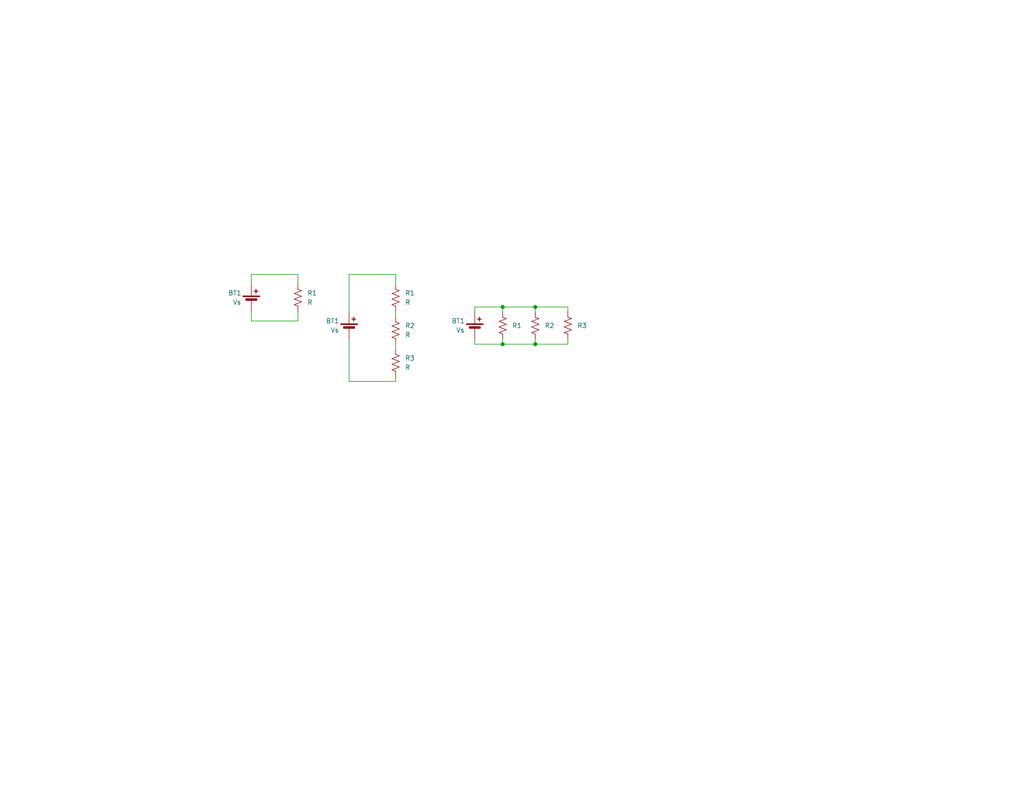
<source format=kicad_sch>
(kicad_sch (version 20230121) (generator eeschema)
  (paper "A")
  (title_block (title "Resistor Circuits"))
  (lib_symbols
    (symbol "Device:Battery_Cell" (pin_numbers hide) (pin_names (offset 0) hide)
      (property "Reference" "BT" (at 2.54 2.54 0))
      (property "Value" "Battery_Cell" (at 2.54 0 0))
      (symbol "Battery_Cell_0_1"
        (rectangle (start -2.286 1.778) (end 2.286 1.524) (fill (type outline)))
        (rectangle (start -1.524 1.016) (end 1.524 0.508) (fill (type outline)))
        (polyline (pts (xy 0 0.762) (xy 0 0)))
        (polyline (pts (xy 0 1.778) (xy 0 2.54)))
        (polyline (pts (xy 0.762 3.048) (xy 1.778 3.048)) (stroke (width 0.254)))
        (polyline (pts (xy 1.27 3.556) (xy 1.27 2.54)) (stroke (width 0.254)))
      )
      (symbol "Battery_Cell_1_1"
        (pin passive line (at 0 5.08 270) (length 2.54) (name "+") (number "1"))
        (pin passive line (at 0 -2.54 90) (length 2.54) (name "-") (number "2"))
      )
    )
    (symbol "Device:R_US" (pin_numbers hide) (pin_names (offset 0))
      (property "Reference" "R" (at 2.54 0 90))
      (property "Value" "R_US" (at -2.54 0 90))
      (symbol "R_US_0_1"
        (polyline (pts (xy 0 -2.286) (xy 0 -2.54)))
        (polyline (pts (xy 0 2.286) (xy 0 2.54)))
        (polyline (pts (xy 0 -0.762) (xy 1.016 -1.143) (xy 0 -1.524) (xy -1.016 -1.905) (xy 0 -2.286)))
        (polyline (pts (xy 0 0.762) (xy 1.016 0.381) (xy 0 0) (xy -1.016 -0.381) (xy 0 -0.762)))
        (polyline (pts (xy 0 2.286) (xy 1.016 1.905) (xy 0 1.524) (xy -1.016 1.143) (xy 0 0.762)))
      )
      (symbol "R_US_1_1"
        (pin passive line (at 0 3.81 270) (length 1.27) (name "~") (number "1"))
        (pin passive line (at 0 -3.81 90) (length 1.27) (name "~") (number "2"))
      )
    )
  )
  (junction (at 146.05 83.82))
  (junction (at 137.16 93.98))
  (junction (at 137.16 83.82))
  (junction (at 146.05 93.98))
  (wire (pts (xy 154.94 83.82) (xy 154.94 85.09)))
  (wire (pts (xy 107.95 104.14) (xy 107.95 102.87)))
  (wire (pts (xy 129.54 83.82) (xy 137.16 83.82)))
  (wire (pts (xy 154.94 92.71) (xy 154.94 93.98)))
  (wire (pts (xy 68.58 87.63) (xy 81.28 87.63)))
  (wire (pts (xy 81.28 87.63) (xy 81.28 85.09)))
  (wire (pts (xy 95.25 74.93) (xy 107.95 74.93)))
  (wire (pts (xy 129.54 93.98) (xy 129.54 92.71)))
  (wire (pts (xy 137.16 83.82) (xy 146.05 83.82)))
  (wire (pts (xy 107.95 74.93) (xy 107.95 77.47)))
  (wire (pts (xy 81.28 74.93) (xy 81.28 77.47)))
  (wire (pts (xy 137.16 92.71) (xy 137.16 93.98)))
  (wire (pts (xy 68.58 85.09) (xy 68.58 87.63)))
  (wire (pts (xy 129.54 85.09) (xy 129.54 83.82)))
  (wire (pts (xy 95.25 74.93) (xy 95.25 85.09)))
  (wire (pts (xy 146.05 93.98) (xy 137.16 93.98)))
  (wire (pts (xy 68.58 74.93) (xy 81.28 74.93)))
  (wire (pts (xy 154.94 93.98) (xy 146.05 93.98)))
  (wire (pts (xy 137.16 93.98) (xy 129.54 93.98)))
  (wire (pts (xy 95.25 104.14) (xy 107.95 104.14)))
  (wire (pts (xy 146.05 92.71) (xy 146.05 93.98)))
  (wire (pts (xy 107.95 93.98) (xy 107.95 95.25)))
  (wire (pts (xy 146.05 83.82) (xy 146.05 85.09)))
  (wire (pts (xy 68.58 74.93) (xy 68.58 77.47)))
  (wire (pts (xy 95.25 92.71) (xy 95.25 104.14)))
  (wire (pts (xy 107.95 85.09) (xy 107.95 86.36)))
  (wire (pts (xy 146.05 83.82) (xy 154.94 83.82)))
  (wire (pts (xy 137.16 83.82) (xy 137.16 85.09)))
  (symbol (lib_id "Device:R_US") (at 146.05 88.9 0) (unit 1)
    (property "Reference" "R2" (at 148.59 88.9 0) (effects (justify left)))
    (property "Value" "R" (effects hide))
  )
  (symbol (lib_id "Device:R_US") (at 154.94 88.9 0) (unit 1)
    (property "Reference" "R3" (at 157.48 88.9 0) (effects (justify left)))
    (property "Value" "R" (effects hide))
  )
  (symbol (lib_id "Device:R_US") (at 107.95 99.06 0) (unit 1)
    (property "Reference" "R3" (at 110.49 97.79 0) (effects (justify left)))
    (property "Value" "R" (at 110.49 100.33 0) (effects (justify left)))
  )
  (symbol (lib_id "Device:R_US") (at 107.95 81.28 0) (unit 1)
    (property "Reference" "R1" (at 110.49 80.01 0) (effects (justify left)))
    (property "Value" "R" (at 110.49 82.55 0) (effects (justify left)))
  )
  (symbol (lib_id "Device:Battery_Cell") (at 129.54 90.17 0) (unit 1)
    (property "Reference" "BT1" (at 123.19 87.63 0) (effects (justify left)))
    (property "Value" "Vs" (at 124.46 90.17 0) (effects (justify left)))
  )
  (symbol (lib_id "Device:R_US") (at 137.16 88.9 0) (unit 1)
    (property "Reference" "R1" (at 139.7 88.9 0) (effects (justify left)))
    (property "Value" "R" (effects hide))
  )
  (symbol (lib_id "Device:Battery_Cell") (at 95.25 90.17 0) (unit 1)
    (property "Reference" "BT1" (at 88.9 87.63 0) (effects (justify left)))
    (property "Value" "Vs" (at 90.17 90.17 0) (effects (justify left)))
  )
  (symbol (lib_id "Device:Battery_Cell") (at 68.58 82.55 0) (unit 1)
    (property "Reference" "BT1" (at 62.23 80.01 0) (effects (justify left)))
    (property "Value" "Vs" (at 63.5 82.55 0) (effects (justify left)))
  )
  (symbol (lib_id "Device:R_US") (at 107.95 90.17 0) (unit 1)
    (property "Reference" "R2" (at 110.49 88.9 0) (effects (justify left)))
    (property "Value" "R" (at 110.49 91.44 0) (effects (justify left)))
  )
  (symbol (lib_id "Device:R_US") (at 81.28 81.28 0) (unit 1)
    (property "Reference" "R1" (at 83.82 80.01 0) (effects (justify left)))
    (property "Value" "R" (at 83.82 82.55 0) (effects (justify left)))
  )
)
</source>
